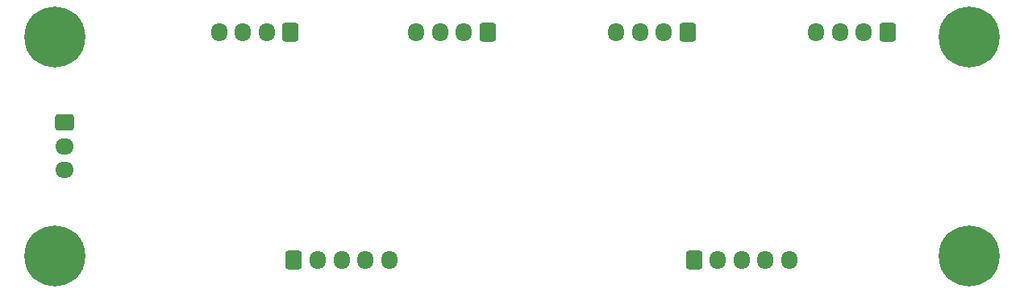
<source format=gbr>
%TF.GenerationSoftware,KiCad,Pcbnew,6.0.11-2627ca5db0~126~ubuntu22.04.1*%
%TF.CreationDate,2023-03-12T12:19:34+01:00*%
%TF.ProjectId,Stepper_Driver_TMC2225-SA-Tx4,53746570-7065-4725-9f44-72697665725f,rev?*%
%TF.SameCoordinates,Original*%
%TF.FileFunction,Soldermask,Bot*%
%TF.FilePolarity,Negative*%
%FSLAX46Y46*%
G04 Gerber Fmt 4.6, Leading zero omitted, Abs format (unit mm)*
G04 Created by KiCad (PCBNEW 6.0.11-2627ca5db0~126~ubuntu22.04.1) date 2023-03-12 12:19:34*
%MOMM*%
%LPD*%
G01*
G04 APERTURE LIST*
G04 Aperture macros list*
%AMRoundRect*
0 Rectangle with rounded corners*
0 $1 Rounding radius*
0 $2 $3 $4 $5 $6 $7 $8 $9 X,Y pos of 4 corners*
0 Add a 4 corners polygon primitive as box body*
4,1,4,$2,$3,$4,$5,$6,$7,$8,$9,$2,$3,0*
0 Add four circle primitives for the rounded corners*
1,1,$1+$1,$2,$3*
1,1,$1+$1,$4,$5*
1,1,$1+$1,$6,$7*
1,1,$1+$1,$8,$9*
0 Add four rect primitives between the rounded corners*
20,1,$1+$1,$2,$3,$4,$5,0*
20,1,$1+$1,$4,$5,$6,$7,0*
20,1,$1+$1,$6,$7,$8,$9,0*
20,1,$1+$1,$8,$9,$2,$3,0*%
G04 Aperture macros list end*
%ADD10C,0.800000*%
%ADD11C,6.400000*%
%ADD12RoundRect,0.250000X-0.600000X-0.725000X0.600000X-0.725000X0.600000X0.725000X-0.600000X0.725000X0*%
%ADD13O,1.700000X1.950000*%
%ADD14RoundRect,0.250000X-0.725000X0.600000X-0.725000X-0.600000X0.725000X-0.600000X0.725000X0.600000X0*%
%ADD15O,1.950000X1.700000*%
%ADD16RoundRect,0.250000X0.600000X0.725000X-0.600000X0.725000X-0.600000X-0.725000X0.600000X-0.725000X0*%
G04 APERTURE END LIST*
D10*
%TO.C,H2*%
X121000000Y-27400000D03*
X123400000Y-25000000D03*
X119302944Y-23302944D03*
X122697056Y-23302944D03*
X122697056Y-26697056D03*
X118600000Y-25000000D03*
X121000000Y-22600000D03*
X119302944Y-26697056D03*
D11*
X121000000Y-25000000D03*
%TD*%
D12*
%TO.C,J2*%
X92100000Y-48475000D03*
D13*
X94600000Y-48475000D03*
X97100000Y-48475000D03*
X99600000Y-48475000D03*
X102100000Y-48475000D03*
%TD*%
D10*
%TO.C,H4*%
X23302944Y-46302944D03*
X23302944Y-49697056D03*
D11*
X25000000Y-48000000D03*
D10*
X26697056Y-46302944D03*
X27400000Y-48000000D03*
X22600000Y-48000000D03*
X25000000Y-45600000D03*
X25000000Y-50400000D03*
X26697056Y-49697056D03*
%TD*%
D14*
%TO.C,J3*%
X26000000Y-34000000D03*
D15*
X26000000Y-36500000D03*
X26000000Y-39000000D03*
%TD*%
D16*
%TO.C,J4*%
X49750000Y-24525000D03*
D13*
X47250000Y-24525000D03*
X44750000Y-24525000D03*
X42250000Y-24525000D03*
%TD*%
D10*
%TO.C,H1*%
X22600000Y-25000000D03*
X26697056Y-23302944D03*
X25000000Y-22600000D03*
X25000000Y-27400000D03*
X23302944Y-26697056D03*
X26697056Y-26697056D03*
D11*
X25000000Y-25000000D03*
D10*
X27400000Y-25000000D03*
X23302944Y-23302944D03*
%TD*%
D12*
%TO.C,J1*%
X50100000Y-48475000D03*
D13*
X52600000Y-48475000D03*
X55100000Y-48475000D03*
X57600000Y-48475000D03*
X60100000Y-48475000D03*
%TD*%
D16*
%TO.C,J5*%
X70450000Y-24525000D03*
D13*
X67950000Y-24525000D03*
X65450000Y-24525000D03*
X62950000Y-24525000D03*
%TD*%
D16*
%TO.C,J7*%
X112450000Y-24525000D03*
D13*
X109950000Y-24525000D03*
X107450000Y-24525000D03*
X104950000Y-24525000D03*
%TD*%
D10*
%TO.C,H3*%
X121000000Y-45600000D03*
X121000000Y-50400000D03*
X123400000Y-48000000D03*
X122697056Y-46302944D03*
D11*
X121000000Y-48000000D03*
D10*
X118600000Y-48000000D03*
X122697056Y-49697056D03*
X119302944Y-46302944D03*
X119302944Y-49697056D03*
%TD*%
D16*
%TO.C,J6*%
X91450000Y-24525000D03*
D13*
X88950000Y-24525000D03*
X86450000Y-24525000D03*
X83950000Y-24525000D03*
%TD*%
M02*

</source>
